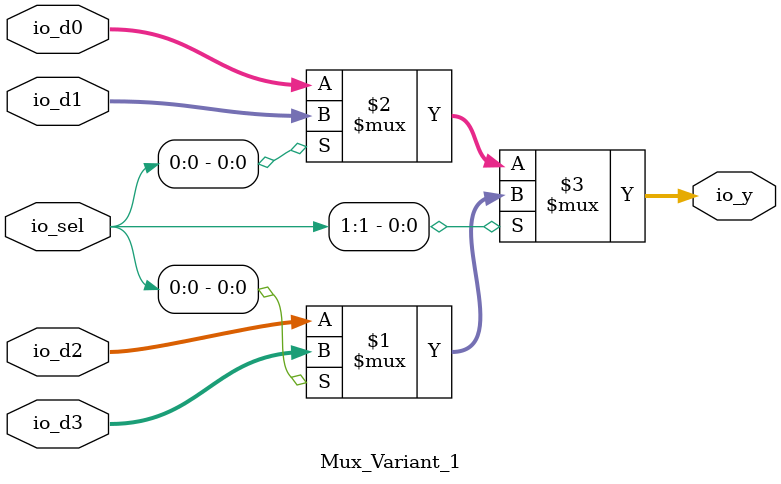
<source format=sv>
module Mux_Variant_1(	// \\src\\main\\scala\\Main.scala:3:7
  input  [3:0] io_d0,	// \\src\\main\\scala\\Main.scala:4:14
               io_d1,	// \\src\\main\\scala\\Main.scala:4:14
               io_d2,	// \\src\\main\\scala\\Main.scala:4:14
               io_d3,	// \\src\\main\\scala\\Main.scala:4:14
  input  [1:0] io_sel,	// \\src\\main\\scala\\Main.scala:4:14
  output [3:0] io_y	// \\src\\main\\scala\\Main.scala:4:14
);

  assign io_y = io_sel[1] ? (io_sel[0] ? io_d3 : io_d2) : io_sel[0] ? io_d1 : io_d0;	// \\src\\main\\scala\\Main.scala:3:7, :14:{14,21,29,36}, :15:29
endmodule


// ----- 8< ----- FILE "verification�ver\layers-Mux_Variant_1-Verification-Cover.sv" ----- 8< -----

// Generated by CIRCT firtool-1.114.1
`include "verification\layers-Mux_Variant_1-Verification.sv"
`ifndef layers_Mux_Variant_1_Verification_Cover
`define layers_Mux_Variant_1_Verification_Cover	// <stdin>:12:5
`endif // layers_Mux_Variant_1_Verification_Cover	// <stdin>:12:5

// ----- 8< ----- FILE "verification�sume\layers-Mux_Variant_1-Verification-Assume.sv" ----- 8< -----

// Generated by CIRCT firtool-1.114.1
`include "verification\layers-Mux_Variant_1-Verification.sv"
`ifndef layers_Mux_Variant_1_Verification_Assume
`define layers_Mux_Variant_1_Verification_Assume	// <stdin>:11:5
`endif // layers_Mux_Variant_1_Verification_Assume	// <stdin>:11:5

// ----- 8< ----- FILE "verification�sert\layers-Mux_Variant_1-Verification-Assert.sv" ----- 8< -----

// Generated by CIRCT firtool-1.114.1
`include "verification\layers-Mux_Variant_1-Verification.sv"
`ifndef layers_Mux_Variant_1_Verification_Assert
`define layers_Mux_Variant_1_Verification_Assert	// <stdin>:10:5
`endif // layers_Mux_Variant_1_Verification_Assert	// <stdin>:10:5

// ----- 8< ----- FILE "verification\layers-Mux_Variant_1-Verification.sv" ----- 8< -----

// Generated by CIRCT firtool-1.114.1
`ifndef layers_Mux_Variant_1_Verification
`define layers_Mux_Variant_1_Verification	// <stdin>:9:3
`endif // layers_Mux_Variant_1_Verification	// <stdin>:9:3

</source>
